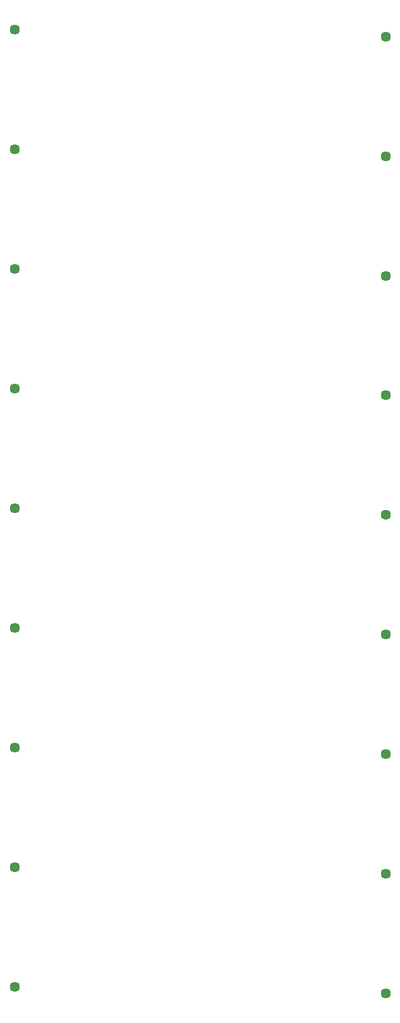
<source format=gbr>
%TF.GenerationSoftware,Altium Limited,Altium Designer,22.11.1 (43)*%
G04 Layer_Color=0*
%FSLAX45Y45*%
%MOMM*%
%TF.SameCoordinates,189E8146-0809-41ED-80BF-86DDFA5291D0*%
%TF.FilePolarity,Positive*%
%TF.FileFunction,NonPlated,1,4,NPTH,Drill*%
%TF.Part,Single*%
G01*
G75*
%TA.AperFunction,ComponentDrill*%
%ADD41C,1.45000*%
D41*
X7630003Y14180002D02*
D03*
X2321001Y14280002D02*
D03*
Y12569998D02*
D03*
X7630003Y12469998D02*
D03*
X2321001Y10859999D02*
D03*
X7630003Y10759999D02*
D03*
X2321001Y9149999D02*
D03*
X7630003Y9050000D02*
D03*
X2321001Y7440000D02*
D03*
X7630003Y7340001D02*
D03*
X2321001Y5730001D02*
D03*
X7630003Y5630001D02*
D03*
X2321001Y4020002D02*
D03*
X7630003Y3920002D02*
D03*
X2321001Y2309998D02*
D03*
X7630003Y2209998D02*
D03*
Y499999D02*
D03*
X2321001Y599999D02*
D03*
%TF.MD5,60d2fe8fdb501cc9f1702f3f895d6d18*%
M02*

</source>
